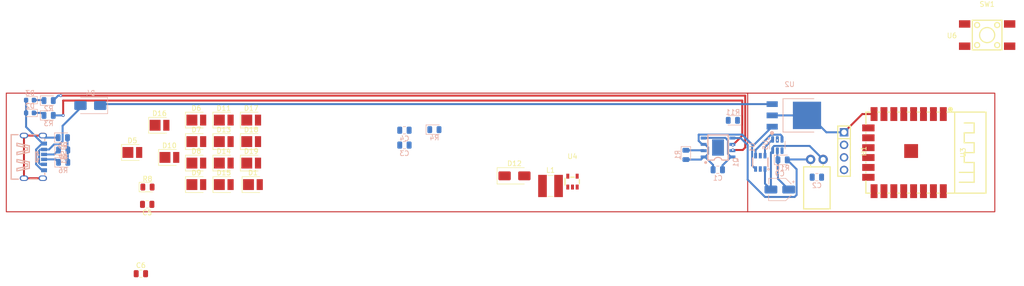
<source format=kicad_pcb>
(kicad_pcb (version 20240108) (generator "pcbnew") (generator_version "8.0")
  (layers (0 "F.Cu" signal) (31 "B.Cu" signal) (34 "B.Paste" user) (35 "F.Paste" user) (36 "B.SilkS" user "B.Silkscreen") (37 "F.SilkS" user "F.Silkscreen") (38 "B.Mask" user) (39 "F.Mask" user) (44 "Edge.Cuts" user))
  (net 0 "")
  (net 2 "Net-(D2-A)")
  (net 3 "Net-(D2-K)")
  (net 4 "Net-(D3-K)")
  (net 5 "GND")
  (net 6 "Net-(U1-PROG)")
  (net 7 "Net-(U1-~{STDBY})")
  (net 8 "Net-(U1-~{CHRG})")
  (net 9 "+")
  (net 10 "Net-(Q1-S1)")
  (net 11 "/3V~4.2V Out")
  (net 12 "VCC")
  (net 13 "Net-(D1-K)")
  (net 14 "Net-(U5-VCC)")
  (net 15 "Net-(D1-A)")
  (net 16 "Net-(D4-A)")
  (net 17 "Net-(D12-A)")
  (net 18 "RX")
  (net 19 "TX")
  (net 21 "Net-(Q1-G2)")
  (net 23 "Net-(Q1-G1)")
  (net 24 "Net-(USB1-EH)")
  (net 25 "Net-(USB1-CC1)")
  (net 26 "Net-(USB1-CC2)")
  (net 27 "Net-(U5-CS)")
  (net 42 "Net-(U3-IO14)")
  (net 49 "Net-(U3-IO4)")
  (footprint "LED_SMD:LED_PLCC_2835" (layer "F.Cu") (at 79.5 49.15)
    (property "Reference" "D14" (at 0 -2.4 0) (layer "F.SilkS"))
    (property "Value" "LED")
    (pad "1" smd rect (at -0.9 0) (size 2.2 2.2) (layers "F.Cu" "F.Paste" "F.Mask") (net 13 "Net-(D1-K)"))
    (pad "2" smd rect (at 1.375 0) (size 1.25 2.2) (layers "F.Cu" "F.Paste" "F.Mask") (net 15 "Net-(D1-A)"))
  )
  (footprint "LED_SMD:LED_PLCC_2835" (layer "F.Cu") (at 85.05 40.45)
    (property "Reference" "D17" (at 0 -2.4 0) (layer "F.SilkS"))
    (property "Value" "LED")
    (pad "1" smd rect (at -0.9 0) (size 2.2 2.2) (layers "F.Cu" "F.Paste" "F.Mask") (net 13 "Net-(D1-K)"))
    (pad "2" smd rect (at 1.375 0) (size 1.25 2.2) (layers "F.Cu" "F.Paste" "F.Mask") (net 15 "Net-(D1-A)"))
  )
  (footprint "LED_SMD:LED_PLCC_2835" (layer "F.Cu") (at 79.5 44.8)
    (property "Reference" "D13" (at 0 -2.4 0) (layer "F.SilkS"))
    (property "Value" "LED")
    (pad "1" smd rect (at -0.9 0) (size 2.2 2.2) (layers "F.Cu" "F.Paste" "F.Mask") (net 13 "Net-(D1-K)"))
    (pad "2" smd rect (at 1.375 0) (size 1.25 2.2) (layers "F.Cu" "F.Paste" "F.Mask") (net 15 "Net-(D1-A)"))
  )
  (footprint "LED_SMD:LED_PLCC_2835" (layer "F.Cu") (at 73.95 53.5)
    (property "Reference" "D9" (at 0 -2.4 0) (layer "F.SilkS"))
    (property "Value" "LED")
    (pad "1" smd rect (at -0.9 0) (size 2.2 2.2) (layers "F.Cu" "F.Paste" "F.Mask") (net 13 "Net-(D1-K)"))
    (pad "2" smd rect (at 1.375 0) (size 1.25 2.2) (layers "F.Cu" "F.Paste" "F.Mask") (net 15 "Net-(D1-A)"))
  )
  (footprint "LED_SMD:LED_0805_2012Metric" (layer "F.Cu") (at 64.0625 54)
    (property "Reference" "R8" (at 0 -1.65 0) (layer "F.SilkS"))
    (property "Value" "0.25")
    (pad "1" smd roundrect (at -0.9375 0) (size 0.975 1.4) (layers "F.Cu" "F.Paste" "F.Mask") (net 15 "Net-(D1-A)"))
    (pad "2" smd roundrect (at 0.9375 0) (size 0.975 1.4) (layers "F.Cu" "F.Paste" "F.Mask") (net 12 "VCC"))
  )
  (footprint "LED_SMD:LED_PLCC_2835" (layer "F.Cu") (at 61 47)
    (property "Reference" "D5" (at 0 -2.4 0) (layer "F.SilkS"))
    (property "Value" "LED")
    (pad "1" smd rect (at -0.9 0) (size 2.2 2.2) (layers "F.Cu" "F.Paste" "F.Mask") (net 13 "Net-(D1-K)"))
    (pad "2" smd rect (at 1.375 0) (size 1.25 2.2) (layers "F.Cu" "F.Paste" "F.Mask") (net 15 "Net-(D1-A)"))
  )
  (footprint "easyeda2kicad:SW-SMD_4P-L6.0-W6.0-P4.50-LS9.0-2" (layer "F.Cu") (at 233.95 23.25)
    (property "Reference" "SW1" (at 0 -6.25 0) (layer "F.SilkS"))
    (property "Value" "TS-1002S-04526C")
    (pad "1" smd rect (at -4.55 -2.25) (size 2.3 1.5) (layers "F.Cu" "F.Paste" "F.Mask") (net 5 "GND"))
    (pad "2" smd rect (at 4.55 -2.25) (size 2.3 1.5) (layers "F.Cu" "F.Paste" "F.Mask"))
    (pad "3" smd rect (at -4.55 2.25) (size 2.3 1.5) (layers "F.Cu" "F.Paste" "F.Mask") (net 49 "Net-(U3-IO4)"))
    (pad "4" smd rect (at 4.55 2.25) (size 2.3 1.5) (layers "F.Cu" "F.Paste" "F.Mask"))
  )
  (footprint "easyeda2kicad:HDR-TH_4P-P2.54-V-M" (layer "F.Cu") (at 205 46.73 -90)
    (property "Reference" "H1" (at 0 -4 90) (layer "F.SilkS"))
    (property "Value" "PZ254V-11-04P_C2691448")
    (pad "1" thru_hole rect (at -3.81 0 270) (size 1.7 1.7) (drill 1.100023) (layers "*.Cu" "*.Mask") (net 12 "VCC"))
    (pad "2" thru_hole circle (at -1.27 0 270) (size 1.7 1.7) (drill 1.100023) (layers "*.Cu" "*.Mask") (net 19 "TX"))
    (pad "3" thru_hole circle (at 1.27 0 270) (size 1.7 1.7) (drill 1.100023) (layers "*.Cu" "*.Mask") (net 18 "RX"))
    (pad "4" thru_hole circle (at 3.81 0 270) (size 1.7 1.7) (drill 1.100023) (layers "*.Cu" "*.Mask") (net 5 "GND"))
  )
  (footprint "easyeda2kicad:SOT-23-5_L2.9-W1.6-P0.95-LS2.8-BL" (layer "F.Cu") (at 150.05 52.9)
    (property "Reference" "U4" (at 0 -5.1 0) (layer "F.SilkS"))
    (property "Value" "LGS63042")
    (pad "1" smd rect (at -0.95 1.1) (size 0.6 1) (layers "F.Cu" "F.Paste" "F.Mask") (net 17 "Net-(D12-A)"))
    (pad "2" smd rect (at 0 1.1) (size 0.6 1) (layers "F.Cu" "F.Paste" "F.Mask") (net 5 "GND"))
    (pad "3" smd rect (at 0.95 1.1) (size 0.6 1) (layers "F.Cu" "F.Paste" "F.Mask") (net 42 "Net-(U3-IO14)"))
    (pad "4" smd rect (at 0.95 -1.1) (size 0.6 1) (layers "F.Cu" "F.Paste" "F.Mask") (net 15 "Net-(D1-A)"))
    (pad "5" smd rect (at -0.95 -1.1) (size 0.6 1) (layers "F.Cu" "F.Paste" "F.Mask") (net 12 "VCC"))
  )
  (footprint "LED_SMD:LED_PLCC_2835" (layer "F.Cu") (at 73.95 40.45)
    (property "Reference" "D6" (at 0 -2.4 0) (layer "F.SilkS"))
    (property "Value" "LED")
    (pad "1" smd rect (at -0.9 0) (size 2.2 2.2) (layers "F.Cu" "F.Paste" "F.Mask") (net 13 "Net-(D1-K)"))
    (pad "2" smd rect (at 1.375 0) (size 1.25 2.2) (layers "F.Cu" "F.Paste" "F.Mask") (net 15 "Net-(D1-A)"))
  )
  (footprint "Diode_SMD:D_SMA" (layer "F.Cu") (at 138.315 51.73)
    (property "Reference" "D12" (at 0 -2.5 0) (layer "F.SilkS"))
    (property "Value" "D_Schottky")
    (pad "1" smd roundrect (at -2 0) (size 2.5 1.8) (layers "F.Cu" "F.Paste" "F.Mask") (roundrect_rratio 0.1388888889) (net 12 "VCC"))
    (pad "2" smd roundrect (at 2 0) (size 2.5 1.8) (layers "F.Cu" "F.Paste" "F.Mask") (roundrect_rratio 0.1388888889) (net 17 "Net-(D12-A)"))
  )
  (footprint "LED_SMD:LED_PLCC_2835" (layer "F.Cu") (at 79.5 53.5)
    (property "Reference" "D15" (at 0 -2.4 0) (layer "F.SilkS"))
    (property "Value" "LED")
    (pad "1" smd rect (at -0.9 0) (size 2.2 2.2) (layers "F.Cu" "F.Paste" "F.Mask") (net 13 "Net-(D1-K)"))
    (pad "2" smd rect (at 1.375 0) (size 1.25 2.2) (layers "F.Cu" "F.Paste" "F.Mask") (net 15 "Net-(D1-A)"))
  )
  (footprint "easyeda2kicad:HDR-TH_2P-P2.54-H-F-W10.0-N" (layer "F.Cu") (at 199.5 48.4125)
    (property "Reference" "U6" (at 27.325 -25.05 0) (layer "F.SilkS"))
    (property "Value" "XDM254-1-02-W-8.5-G0")
    (pad "1" thru_hole circle (at -1.27 0) (size 1.9 1.9) (drill 0.999998) (layers "*.Cu" "*.Mask") (net 9 "+"))
    (pad "2" thru_hole circle (at 1.27 0) (size 1.9 1.9) (drill 0.999998) (layers "*.Cu" "*.Mask") (net 10 "Net-(Q1-S1)"))
  )
  (footprint "Capacitor_SMD:C_0805_2012Metric" (layer "F.Cu") (at 64 57.5 180)
    (property "Reference" "C5" (at 0 -1.68 360) (layer "F.SilkS"))
    (property "Value" "4.7uF")
    (pad "1" smd roundrect (at -0.95 0 180) (size 1 1.45) (layers "F.Cu" "F.Paste" "F.Mask") (net 5 "GND"))
    (pad "2" smd roundrect (at 0.95 0 180) (size 1 1.45) (layers "F.Cu" "F.Paste" "F.Mask") (net 12 "VCC"))
  )
  (footprint "Inductor_SMD:L_Ferrocore_DLG-0403" (layer "F.Cu") (at 145.61 53.78)
    (property "Reference" "L1" (at 0 -3.2 0) (layer "F.SilkS"))
    (property "Value" "10uH")
    (pad "1" smd rect (at -1.625 0) (size 1.75 4.5) (layers "F.Cu" "F.Paste" "F.Mask") (net 13 "Net-(D1-K)"))
    (pad "2" smd rect (at 1.625 0) (size 1.75 4.5) (layers "F.Cu" "F.Paste" "F.Mask") (net 17 "Net-(D12-A)"))
  )
  (footprint "Capacitor_SMD:C_0805_2012Metric" (layer "F.Cu") (at 62.725 71.53)
    (property "Reference" "C6" (at 0 -1.68 0) (layer "F.SilkS"))
    (property "Value" "10uF")
    (pad "1" smd roundrect (at -0.95 0) (size 1 1.45) (layers "F.Cu" "F.Paste" "F.Mask") (net 13 "Net-(D1-K)"))
    (pad "2" smd roundrect (at 0.95 0) (size 1 1.45) (layers "F.Cu" "F.Paste" "F.Mask") (net 12 "VCC"))
  )
  (footprint "LED_SMD:LED_PLCC_2835" (layer "F.Cu") (at 68.5 48)
    (property "Reference" "D10" (at 0 -2.4 0) (layer "F.SilkS"))
    (property "Value" "LED")
    (pad "1" smd rect (at -0.9 0) (size 2.2 2.2) (layers "F.Cu" "F.Paste" "F.Mask") (net 13 "Net-(D1-K)"))
    (pad "2" smd rect (at 1.375 0) (size 1.25 2.2) (layers "F.Cu" "F.Paste" "F.Mask") (net 15 "Net-(D1-A)"))
  )
  (footprint "LED_SMD:LED_PLCC_2835" (layer "F.Cu") (at 73.95 49.15)
    (property "Reference" "D8" (at 0 -2.4 0) (layer "F.SilkS"))
    (property "Value" "LED")
    (pad "1" smd rect (at -0.9 0) (size 2.2 2.2) (layers "F.Cu" "F.Paste" "F.Mask") (net 13 "Net-(D1-K)"))
    (pad "2" smd rect (at 1.375 0) (size 1.25 2.2) (layers "F.Cu" "F.Paste" "F.Mask") (net 15 "Net-(D1-A)"))
  )
  (footprint "LED_SMD:LED_PLCC_2835" (layer "F.Cu") (at 85.4 53.5)
    (property "Reference" "D1" (at 0 -2.4 0) (layer "F.SilkS"))
    (property "Value" "LED")
    (pad "1" smd rect (at -0.9 0) (size 2.2 2.2) (layers "F.Cu" "F.Paste" "F.Mask") (net 13 "Net-(D1-K)"))
    (pad "2" smd rect (at 1.375 0) (size 1.25 2.2) (layers "F.Cu" "F.Paste" "F.Mask") (net 15 "Net-(D1-A)"))
  )
  (footprint "LED_SMD:LED_PLCC_2835" (layer "F.Cu") (at 85.05 44.8)
    (property "Reference" "D18" (at 0 -2.4 0) (layer "F.SilkS"))
    (property "Value" "LED")
    (pad "1" smd rect (at -0.9 0) (size 2.2 2.2) (layers "F.Cu" "F.Paste" "F.Mask") (net 13 "Net-(D1-K)"))
    (pad "2" smd rect (at 1.375 0) (size 1.25 2.2) (layers "F.Cu" "F.Paste" "F.Mask") (net 15 "Net-(D1-A)"))
  )
  (footprint "LED_SMD:LED_PLCC_2835" (layer "F.Cu") (at 73.95 44.8)
    (property "Reference" "D7" (at 0 -2.4 0) (layer "F.SilkS"))
    (property "Value" "LED")
    (pad "1" smd rect (at -0.9 0) (size 2.2 2.2) (layers "F.Cu" "F.Paste" "F.Mask") (net 13 "Net-(D1-K)"))
    (pad "2" smd rect (at 1.375 0) (size 1.25 2.2) (layers "F.Cu" "F.Paste" "F.Mask") (net 15 "Net-(D1-A)"))
  )
  (footprint "LED_SMD:LED_PLCC_2835" (layer "F.Cu") (at 79.5 40.45)
    (property "Reference" "D11" (at 0 -2.4 0) (layer "F.SilkS"))
    (property "Value" "LED")
    (pad "1" smd rect (at -0.9 0) (size 2.2 2.2) (layers "F.Cu" "F.Paste" "F.Mask") (net 13 "Net-(D1-K)"))
    (pad "2" smd rect (at 1.375 0) (size 1.25 2.2) (layers "F.Cu" "F.Paste" "F.Mask") (net 15 "Net-(D1-A)"))
  )
  (footprint "LED_SMD:LED_PLCC_2835" (layer "F.Cu") (at 66.5 41.5)
    (property "Reference" "D16" (at 0 -2.4 0) (layer "F.SilkS"))
    (property "Value" "LED")
    (pad "1" smd rect (at -0.9 0) (size 2.2 2.2) (layers "F.Cu" "F.Paste" "F.Mask") (net 13 "Net-(D1-K)"))
    (pad "2" smd rect (at 1.375 0) (size 1.25 2.2) (layers "F.Cu" "F.Paste" "F.Mask") (net 15 "Net-(D1-A)"))
  )
  (footprint "easyeda2kicad:COMM-SMD_22P-L24.0-W16.0-P2.00_ZIGBEE" (layer "F.Cu") (at 217.5 47.03 -90)
    (property "Reference" "U3" (at 0 -11.58 90) (layer "F.SilkS"))
    (property "Value" "AI-WB2-12F")
    (pad "1" smd rect (at -7.8 -7.58) (size 1.4 2.8) (layers "F.Cu" "F.Paste" "F.Mask"))
    (pad "2" smd rect (at -7.8 -5.58) (size 1.4 2.8) (layers "F.Cu" "F.Paste" "F.Mask"))
    (pad "3" smd rect (at -7.8 -3.57) (size 1.4 2.8) (layers "F.Cu" "F.Paste" "F.Mask"))
    (pad "4" smd rect (at -7.8 -1.57) (size 1.4 2.8) (layers "F.Cu" "F.Paste" "F.Mask"))
    (pad "5" smd rect (at -7.8 0.42) (size 1.4 2.8) (layers "F.Cu" "F.Paste" "F.Mask") (net 42 "Net-(U3-IO14)"))
    (pad "6" smd rect (at -7.8 2.43) (size 1.4 2.8) (layers "F.Cu" "F.Paste" "F.Mask"))
    (pad "7" smd rect (at -7.8 4.43) (size 1.4 2.8) (layers "F.Cu" "F.Paste" "F.Mask"))
    (pad "8" smd rect (at -7.8 6.43) (size 1.4 2.8) (layers "F.Cu" "F.Paste" "F.Mask") (net 12 "VCC"))
    (pad "9" smd rect (at 7.8 6.43) (size 1.4 2.8) (layers "F.Cu" "F.Paste" "F.Mask") (net 5 "GND"))
    (pad "10" smd rect (at 7.8 4.43) (size 1.4 2.8) (layers "F.Cu" "F.Paste" "F.Mask") (net 49 "Net-(U3-IO4)"))
    (pad "11" smd rect (at 7.8 2.43) (size 1.4 2.8) (layers "F.Cu" "F.Paste" "F.Mask"))
    (pad "12" smd rect (at 7.8 0.43) (size 1.4 2.8) (layers "F.Cu" "F.Paste" "F.Mask"))
    (pad "13" smd rect (at 7.8 -1.57) (size 1.4 2.8) (layers "F.Cu" "F.Paste" "F.Mask"))
    (pad "14" smd rect (at 7.8 -3.57) (size 1.4 2.8) (layers "F.Cu" "F.Paste" "F.Mask"))
    (pad "15" smd rect (at 7.8 -5.58) (size 1.4 2.8) (layers "F.Cu" "F.Paste" "F.Mask") (net 18 "RX"))
    (pad "16" smd rect (at 7.8 -7.58) (size 1.4 2.8) (layers "F.Cu" "F.Paste" "F.Mask") (net 19 "TX"))
    (pad "17" smd rect (at -5 7.58) (size 2.5 1.4) (layers "F.Cu" "F.Paste" "F.Mask"))
    (pad "18" smd rect (at -3 7.58) (size 2.5 1.4) (layers "F.Cu" "F.Paste" "F.Mask"))
    (pad "19" smd rect (at -1 7.58) (size 2.5 1.4) (layers "F.Cu" "F.Paste" "F.Mask"))
    (pad "20" smd rect (at 1 7.58) (size 2.5 1.4) (layers "F.Cu" "F.Paste" "F.Mask"))
    (pad "21" smd rect (at 3 7.58) (size 2.5 1.4) (layers "F.Cu" "F.Paste" "F.Mask"))
    (pad "22" smd rect (at 5 7.58) (size 2.5 1.4) (layers "F.Cu" "F.Paste" "F.Mask"))
    (pad "23" smd rect (at -0.32 -1.07 270) (size 2.8 2.8) (layers "F.Cu" "F.Paste" "F.Mask"))
  )
  (footprint "LED_SMD:LED_PLCC_2835" (layer "F.Cu") (at 85.05 49.15)
    (property "Reference" "D19" (at 0 -2.4 0) (layer "F.SilkS"))
    (property "Value" "LED")
    (pad "1" smd rect (at -0.9 0) (size 2.2 2.2) (layers "F.Cu" "F.Paste" "F.Mask") (net 13 "Net-(D1-K)"))
    (pad "2" smd rect (at 1.375 0) (size 1.25 2.2) (layers "F.Cu" "F.Paste" "F.Mask") (net 15 "Net-(D1-A)"))
  )
  (footprint "Capacitor_SMD:C_0805_2012Metric" (layer "B.Cu") (at 199.5 52)
    (property "Reference" "C2" (at 0 1.68 360) (layer "B.SilkS") (effects (justify mirror)))
    (property "Value" "10uF")
    (pad "1" smd roundrect (at -0.95 0) (size 1 1.45) (layers "B.Cu" "B.Paste" "B.Mask") (net 10 "Net-(Q1-S1)"))
    (pad "2" smd roundrect (at 0.95 0) (size 1 1.45) (layers "B.Cu" "B.Paste" "B.Mask") (net 9 "+"))
  )
  (footprint "LED_SMD:LED_0805_2012Metric" (layer "B.Cu") (at 192.5625 48.5)
    (property "Reference" "R10" (at 0 1.65 0) (layer "B.SilkS") (effects (justify mirror)))
    (property "Value" "100")
    (pad "1" smd roundrect (at -0.9375 0) (size 0.975 1.4) (layers "B.Cu" "B.Paste" "B.Mask") (net 14 "Net-(U5-VCC)"))
    (pad "2" smd roundrect (at 0.9375 0) (size 0.975 1.4) (layers "B.Cu" "B.Paste" "B.Mask") (net 9 "+"))
  )
  (footprint "LED_SMD:LED_0805_2012Metric" (layer "B.Cu") (at 47 46.5)
    (property "Reference" "R7" (at 0 1.65 360) (layer "B.SilkS") (effects (justify mirror)))
    (property "Value" "5.11k")
    (pad "1" smd roundrect (at -0.9375 0) (size 0.975 1.4) (layers "B.Cu" "B.Paste" "B.Mask") (net 26 "Net-(USB1-CC2)"))
    (pad "2" smd roundrect (at 0.9375 0) (size 0.975 1.4) (layers "B.Cu" "B.Paste" "B.Mask") (net 5 "GND"))
  )
  (footprint "Capacitor_SMD:C_0805_2012Metric" (layer "B.Cu") (at 116.05 45.51)
    (property "Reference" "C3" (at 0 1.68 360) (layer "B.SilkS") (effects (justify mirror)))
    (property "Value" "1uF")
    (pad "1" smd roundrect (at -0.95 0) (size 1 1.45) (layers "B.Cu" "B.Paste" "B.Mask") (net 11 "/3V~4.2V Out"))
    (pad "2" smd roundrect (at 0.95 0) (size 1 1.45) (layers "B.Cu" "B.Paste" "B.Mask") (net 5 "GND"))
  )
  (footprint "LED_SMD:LED_0805_2012Metric" (layer "B.Cu") (at 173 47.5 -90)
    (property "Reference" "R1" (at 0 1.65 90) (layer "B.SilkS") (effects (justify mirror)))
    (property "Value" "2.4k")
    (pad "1" smd roundrect (at -0.9375 0 270) (size 0.975 1.4) (layers "B.Cu" "B.Paste" "B.Mask") (net 6 "Net-(U1-PROG)"))
    (pad "2" smd roundrect (at 0.9375 0 270) (size 0.975 1.4) (layers "B.Cu" "B.Paste" "B.Mask") (net 5 "GND"))
  )
  (footprint "LED_SMD:LED_0805_2012Metric" (layer "B.Cu") (at 44.0625 36.5)
    (property "Reference" "R2" (at 0 1.65 360) (layer "B.SilkS") (effects (justify mirror)))
    (property "Value" "210")
    (pad "1" smd roundrect (at -0.9375 0) (size 0.975 1.4) (layers "B.Cu" "B.Paste" "B.Mask") (net 4 "Net-(D3-K)"))
    (pad "2" smd roundrect (at 0.9375 0) (size 0.975 1.4) (layers "B.Cu" "B.Paste" "B.Mask") (net 8 "Net-(U1-~{CHRG})"))
  )
  (footprint "LED_SMD:LED_0805_2012Metric" (layer "B.Cu") (at 46.9375 44)
    (property "Reference" "R5" (at 0 1.65 360) (layer "B.SilkS") (effects (justify mirror)))
    (property "Value" "1M")
    (pad "1" smd roundrect (at -0.9375 0) (size 0.975 1.4) (layers "B.Cu" "B.Paste" "B.Mask") (net 24 "Net-(USB1-EH)"))
    (pad "2" smd roundrect (at 0.9375 0) (size 0.975 1.4) (layers "B.Cu" "B.Paste" "B.Mask") (net 5 "GND"))
  )
  (footprint "easyeda2kicad:ESOP-8_L4.9-W3.9-P1.27-LS6.0-BL-EP" (layer "B.Cu") (at 179.5 46 90)
    (property "Reference" "U1" (at 0 6.91 90) (layer "B.SilkS") (effects (justify mirror)))
    (property "Value" "TP4056_C725790")
    (pad "1" smd rect (at -1.91 -2.91 90) (size 0.6 1.2) (layers "B.Cu" "B.Paste" "B.Mask") (net 5 "GND"))
    (pad "2" smd rect (at -0.64 -2.91 90) (size 0.6 1.2) (layers "B.Cu" "B.Paste" "B.Mask") (net 6 "Net-(U1-PROG)"))
    (pad "3" smd rect (at 0.64 -2.91 90) (size 0.6 1.2) (layers "B.Cu" "B.Paste" "B.Mask") (net 5 "GND"))
    (pad "4" smd rect (at 1.91 -2.91 90) (size 0.6 1.2) (layers "B.Cu" "B.Paste" "B.Mask") (net 2 "Net-(D2-A)"))
    (pad "5" smd rect (at 1.91 2.91 90) (size 0.6 1.2) (layers "B.Cu" "B.Paste" "B.Mask") (net 9 "+"))
    (pad "6" smd rect (at 0.64 2.91 90) (size 0.6 1.2) (layers "B.Cu" "B.Paste" "B.Mask") (net 7 "Net-(U1-~{STDBY})"))
    (pad "7" smd rect (at -0.64 2.91 90) (size 0.6 1.2) (layers "B.Cu" "B.Paste" "B.Mask") (net 8 "Net-(U1-~{CHRG})"))
    (pad "8" smd rect (at -1.91 2.91 90) (size 0.6 1.2) (layers "B.Cu" "B.Paste" "B.Mask") (net 2 "Net-(D2-A)"))
    (pad "9" smd rect (at 0 0 270) (size 3.3 2.4) (layers "B.Cu" "B.Paste" "B.Mask"))
  )
  (footprint "LED_SMD:LED_0805_2012Metric" (layer "B.Cu") (at 122.1125 42.38)
    (property "Reference" "R4" (at 0 1.65 360) (layer "B.SilkS") (effects (justify mirror)))
    (property "Value" "0.4")
    (pad "1" smd roundrect (at -0.9375 0) (size 0.975 1.4) (layers "B.Cu" "B.Paste" "B.Mask") (net 11 "/3V~4.2V Out"))
    (pad "2" smd roundrect (at 0.9375 0) (size 0.975 1.4) (layers "B.Cu" "B.Paste" "B.Mask") (net 2 "Net-(D2-A)"))
  )
  (footprint "easyeda2kicad:TYPE-C-SMD_TYPE-C-6P_5" (layer "B.Cu") (at 41.09869 47.9 90)
    (property "Reference" "USB1" (at 0.4 6.03 90) (layer "B.SilkS") (effects (justify mirror)))
    (property "Value" "TYPE-C 6P(073)")
    (pad "7" thru_hole oval (at -4.32 -2.03 90) (size 1.1 1.7) (drill oval 0.700024 1.199998) (layers "*.Cu" "*.Mask") (net 24 "Net-(USB1-EH)"))
    (pad "7" thru_hole oval (at -4.32 1.78 90) (size 1.1 1.7) (drill oval 0.700024 1.199998) (layers "*.Cu" "*.Mask") (net 24 "Net-(USB1-EH)"))
    (pad "7" thru_hole oval (at 4.32 -2.03 90) (size 1.1 1.7) (drill oval 0.700024 1.199998) (layers "*.Cu" "*.Mask") (net 24 "Net-(USB1-EH)"))
    (pad "7" thru_hole oval (at 4.32 1.78 90) (size 1.1 1.7) (drill oval 0.700024 1.199998) (layers "*.Cu" "*.Mask") (net 24 "Net-(USB1-EH)"))
    (pad "A5" smd rect (at -0.5 2.03 90) (size 0.7 1.2) (layers "B.Cu" "B.Paste" "B.Mask") (net 25 "Net-(USB1-CC1)"))
    (pad "A9" smd rect (at 1.5 2.03 90) (size 0.7 1.2) (layers "B.Cu" "B.Paste" "B.Mask") (net 16 "Net-(D4-A)"))
    (pad "A12" smd rect (at 2.7 2.03 90) (size 0.8 1.2) (layers "B.Cu" "B.Paste" "B.Mask") (net 2 "Net-(D2-A)"))
    (pad "B5" smd rect (at 0.5 2.03 90) (size 0.7 1.2) (layers "B.Cu" "B.Paste" "B.Mask") (net 26 "Net-(USB1-CC2)"))
    (pad "B9" smd rect (at -1.5 2.03 90) (size 0.7 1.2) (layers "B.Cu" "B.Paste" "B.Mask") (net 16 "Net-(D4-A)"))
    (pad "B12" smd rect (at -2.7 2.03 90) (size 0.8 1.2) (layers "B.Cu" "B.Paste" "B.Mask") (net 2 "Net-(D2-A)"))
  )
  (footprint "Capacitor_SMD:CP_Elec_4x5.4" (layer "B.Cu") (at 192 54.5 180)
    (property "Reference" "C9" (at 0 3.2 0) (layer "B.SilkS") (effects (justify mirror)))
    (property "Value" "0.1uF")
    (pad "1" smd roundrect (at -1.8 0 180) (size 2.6 1.6) (layers "B.Cu" "B.Paste" "B.Mask") (roundrect_rratio 0.15625) (net 14 "Net-(U5-VCC)"))
    (pad "2" smd roundrect (at 1.8 0 180) (size 2.6 1.6) (layers "B.Cu" "B.Paste" "B.Mask") (roundrect_rratio 0.15625) (net 10 "Net-(Q1-S1)"))
  )
  (footprint "Capacitor_SMD:C_0805_2012Metric" (layer "B.Cu") (at 179.45 50.5)
    (property "Reference" "C1" (at 0 1.68 360) (layer "B.SilkS") (effects (justify mirror)))
    (property "Value" "10uF")
    (pad "1" smd roundrect (at -0.95 0) (size 1 1.45) (layers "B.Cu" "B.Paste" "B.Mask") (net 5 "GND"))
    (pad "2" smd roundrect (at 0.95 0) (size 1 1.45) (layers "B.Cu" "B.Paste" "B.Mask") (net 2 "Net-(D2-A)"))
  )
  (footprint "Package_TO_SOT_SMD:SOT-23-6" (layer "B.Cu") (at 191.5 45.5 -90)
    (property "Reference" "U5" (at 0 2.4 90) (layer "B.SilkS") (effects (justify mirror)))
    (property "Value" "DW01A")
    (pad "1" smd roundrect (at -1.1375 0.95 270) (size 1.325 0.6) (layers "B.Cu" "B.Paste" "B.Mask") (net 23 "Net-(Q1-G1)"))
    (pad "2" smd roundrect (at -1.1375 0 270) (size 1.325 0.6) (layers "B.Cu" "B.Paste" "B.Mask") (net 27 "Net-(U5-CS)"))
    (pad "3" smd roundrect (at -1.1375 -0.95 270) (size 1.325 0.6) (layers "B.Cu" "B.Paste" "B.Mask") (net 21 "Net-(Q1-G2)"))
    (pad "4" smd roundrect (at 1.1375 -0.95 270) (size 1.325 0.6) (layers "B.Cu" "B.Paste" "B.Mask"))
    (pad "5" smd roundrect (at 1.1375 0 270) (size 1.325 0.6) (layers "B.Cu" "B.Paste" "B.Mask") (net 14 "Net-(U5-VCC)"))
    (pad "6" smd roundrect (at 1.1375 0.95 270) (size 1.325 0.6) (layers "B.Cu" "B.Paste" "B.Mask") (net 10 "Net-(Q1-S1)"))
  )
  (footprint "easyeda2kicad:SOT-23-6_L2.9-W1.6-P0.95-LS2.8-BR" (layer "B.Cu") (at 188.05 49 -90)
    (property "Reference" "Q1" (at 0 4.95 90) (layer "B.SilkS") (effects (justify mirror)))
    (property "Value" "FS8205A_C2830320")
    (pad "1" smd rect (at 1.35 -0.95 270) (size 1.1 0.6) (layers "B.Cu" "B.Paste" "B.Mask") (net 10 "Net-(Q1-S1)"))
    (pad "2" smd rect (at 1.35 0 270) (size 1.1 0.6) (layers "B.Cu" "B.Paste" "B.Mask"))
    (pad "3" smd rect (at 1.35 0.95 270) (size 1.1 0.6) (layers "B.Cu" "B.Paste" "B.Mask") (net 5 "GND"))
    (pad "4" smd rect (at -1.35 0.95 270) (size 1.1 0.6) (layers "B.Cu" "B.Paste" "B.Mask") (net 21 "Net-(Q1-G2)"))
    (pad "5" smd rect (at -1.35 0 270) (size 1.1 0.6) (layers "B.Cu" "B.Paste" "B.Mask"))
    (pad "6" smd rect (at -1.35 -0.95 270) (size 1.1 0.6) (layers "B.Cu" "B.Paste" "B.Mask") (net 23 "Net-(Q1-G1)"))
  )
  (footprint "LED_SMD:LED_0603_1608Metric" (layer "B.Cu") (at 40.2875 36.41 180)
    (property "Reference" "D3" (at 0 1.43 360) (layer "B.SilkS") (effects (justify mirror)))
    (property "Value" "LED")
    (pad "1" smd roundrect (at -0.7875 0 180) (size 0.875 0.95) (layers "B.Cu" "B.Paste" "B.Mask") (net 4 "Net-(D3-K)"))
    (pad "2" smd roundrect (at 0.7875 0 180) (size 0.875 0.95) (layers "B.Cu" "B.Paste" "B.Mask") (net 2 "Net-(D2-A)"))
  )
  (footprint "LED_SMD:LED_0805_2012Metric" (layer "B.Cu") (at 44.0625 39.5)
    (property "Reference" "R3" (at 0 1.65 360) (layer "B.SilkS") (effects (justify mirror)))
    (property "Value" "210")
    (pad "1" smd roundrect (at -0.9375 0) (size 0.975 1.4) (layers "B.Cu" "B.Paste" "B.Mask") (net 3 "Net-(D2-K)"))
    (pad "2" smd roundrect (at 0.9375 0) (size 0.975 1.4) (layers "B.Cu" "B.Paste" "B.Mask") (net 7 "Net-(U1-~{STDBY})"))
  )
  (footprint "LED_SMD:LED_0603_1608Metric" (layer "B.Cu") (at 40.2875 39 180)
    (property "Reference" "D2" (at 0 1.43 360) (layer "B.SilkS") (effects (justify mirror)))
    (property "Value" "LED")
    (pad "1" smd roundrect (at -0.7875 0 180) (size 0.875 0.95) (layers "B.Cu" "B.Paste" "B.Mask") (net 3 "Net-(D2-K)"))
    (pad "2" smd roundrect (at 0.7875 0 180) (size 0.875 0.95) (layers "B.Cu" "B.Paste" "B.Mask") (net 2 "Net-(D2-A)"))
  )
  (footprint "LED_SMD:LED_0805_2012Metric" (layer "B.Cu") (at 182.5 40.5 180)
    (property "Reference" "R11" (at 0 1.65 360) (layer "B.SilkS") (effects (justify mirror)))
    (property "Value" "1k")
    (pad "1" smd roundrect (at -0.9375 0 180) (size 0.975 1.4) (layers "B.Cu" "B.Paste" "B.Mask") (net 27 "Net-(U5-CS)"))
    (pad "2" smd roundrect (at 0.9375 0 180) (size 0.975 1.4) (layers "B.Cu" "B.Paste" "B.Mask") (net 5 "GND"))
  )
  (footprint "LED_SMD:LED_0805_2012Metric" (layer "B.Cu") (at 47 49)
    (property "Reference" "R6" (at 0 1.65 360) (layer "B.SilkS") (effects (justify mirror)))
    (property "Value" "5.11k")
    (pad "1" smd roundrect (at -0.9375 0) (size 0.975 1.4) (layers "B.Cu" "B.Paste" "B.Mask") (net 25 "Net-(USB1-CC1)"))
    (pad "2" smd roundrect (at 0.9375 0) (size 0.975 1.4) (layers "B.Cu" "B.Paste" "B.Mask") (net 5 "GND"))
  )
  (footprint "Capacitor_SMD:C_0805_2012Metric" (layer "B.Cu") (at 116.05 42.5)
    (property "Reference" "C4" (at 0 1.68 360) (layer "B.SilkS") (effects (justify mirror)))
    (property "Value" "1uF")
    (pad "1" smd roundrect (at -0.95 0) (size 1 1.45) (layers "B.Cu" "B.Paste" "B.Mask") (net 12 "VCC"))
    (pad "2" smd roundrect (at 0.95 0) (size 1 1.45) (layers "B.Cu" "B.Paste" "B.Mask") (net 5 "GND"))
  )
  (footprint "easyeda2kicad:TO-252-3_L6.6-W6.1-P2.28-LS10.1-BL" (layer "B.Cu") (at 193.98 39.5 180)
    (property "Reference" "U2" (at 0 6.28 0) (layer "B.SilkS") (effects (justify mirror)))
    (property "Value" "BL8072COTR33")
    (pad "1" smd rect (at 3.52 -2.28) (size 2.26 1.16) (layers "B.Cu" "B.Paste" "B.Mask") (net 5 "GND"))
    (pad "2" smd rect (at 3.52 0) (size 2.26 1.16) (layers "B.Cu" "B.Paste" "B.Mask") (net 12 "VCC"))
    (pad "3" smd rect (at 3.52 2.28) (size 2.26 1.16) (layers "B.Cu" "B.Paste" "B.Mask") (net 11 "/3V~4.2V Out"))
    (pad "4" smd rect (at -3.52 0) (size 5.71 5.54) (layers "B.Cu" "B.Paste" "B.Mask") (net 12 "VCC"))
  )
  (footprint "Diode_SMD:D_SMA" (layer "B.Cu") (at 52.5 37.5 180)
    (property "Reference" "D4" (at 0 2.5 360) (layer "B.SilkS") (effects (justify mirror)))
    (property "Value" "D")
    (pad "1" smd roundrect (at -2 0 180) (size 2.5 1.8) (layers "B.Cu" "B.Paste" "B.Mask") (roundrect_rratio 0.1388888889) (net 11 "/3V~4.2V Out"))
    (pad "2" smd roundrect (at 2 0 180) (size 2.5 1.8) (layers "B.Cu" "B.Paste" "B.Mask") (roundrect_rratio 0.1388888889) (net 16 "Net-(D4-A)"))
  )
  (gr_line (start 185.5 35) (end 185.5 59) (stroke (width 0.2)) (layer "F.Cu") (net 5))
  (gr_rect (start 35.5 35) (end 235.5 59) (stroke (width 0.2)) (fill none) (layer "F.Cu") (net 5))
  (segment (start 176.59 44.09) (end 176.89 44.09) (width 0.2) (layer "B.Cu") (net 2))
  (segment (start 181 44.05) (end 181.51 44.56) (width 0.4) (layer "B.Cu") (net 2))
  (segment (start 180.4 49.62) (end 182.11 47.91) (width 0.4) (layer "B.Cu") (net 2))
  (segment (start 41.52869 46.401472) (end 41.52869 49.398528) (width 0.4) (layer "B.Cu") (net 2))
  (segment (start 42.855187 45.2) (end 43.12869 45.2) (width 0.4) (layer "B.Cu") (net 2))
  (segment (start 176.89 44.09) (end 176.93 44.05) (width 0.2) (layer "B.Cu") (net 2))
  (segment (start 39.5 36.41) (end 39.5 41.844813) (width 0.4) (layer "B.Cu") (net 2))
  (segment (start 181.51 44.56) (end 181.51 47.31) (width 0.4) (layer "B.Cu") (net 2))
  (segment (start 176.93 44.05) (end 181 44.05) (width 0.4) (layer "B.Cu") (net 2))
  (segment (start 182.11 47.91) (end 182.41 47.91) (width 0.2) (layer "B.Cu") (net 2))
  (segment (start 42.730162 45.2) (end 41.52869 46.401472) (width 0.4) (layer "B.Cu") (net 2))
  (segment (start 39.5 41.844813) (end 42.855187 45.2) (width 0.4) (layer "B.Cu") (net 2))
  (segment (start 42.730162 50.6) (end 43.12869 50.6) (width 0.4) (layer "B.Cu") (net 2))
  (segment (start 41.52869 49.398528) (end 42.730162 50.6) (width 0.4) (layer "B.Cu") (net 2))
  (segment (start 43.12869 45.2) (end 42.730162 45.2) (width 0.4) (layer "B.Cu") (net 2))
  (segment (start 180.4 50.5) (end 180.4 49.62) (width 0.4) (layer "B.Cu") (net 2))
  (segment (start 181.51 47.31) (end 182.11 47.91) (width 0.4) (layer "B.Cu") (net 2))
  (segment (start 41.075 39) (end 42.625 39) (width 0.4) (layer "B.Cu") (net 3))
  (segment (start 42.625 39) (end 43.125 39.5) (width 0.4) (layer "B.Cu") (net 3))
  (segment (start 41.075 36.41) (end 43.035 36.41) (width 0.4) (layer "B.Cu") (net 4))
  (segment (start 43.035 36.41) (end 43.125 36.5) (width 0.4) (layer "B.Cu") (net 4))
  (segment (start 187.1 50.35) (end 186.4 49.65) (width 0.4) (layer "B.Cu") (net 5))
  (segment (start 173 48.4375) (end 176.0625 48.4375) (width 0.4) (layer "B.Cu") (net 5))
  (segment (start 176.89 47.91) (end 176.59 47.91) (width 0.2) (layer "B.Cu") (net 5))
  (segment (start 47.875 46.4375) (end 47.9375 46.5) (width 0.4) (layer "B.Cu") (net 5))
  (segment (start 175.59 44.66) (end 176.29 45.36) (width 0.4) (layer "B.Cu") (net 5))
  (segment (start 177.49 45.96) (end 177.49 47.31) (width 0.4) (layer "B.Cu") (net 5))
  (segment (start 184.39 43.39) (end 175.61 43.39) (width 0.4) (layer "B.Cu") (net 5))
  (segment (start 175.61 43.39) (end 175.59 43.41) (width 0.4) (layer "B.Cu") (net 5))
  (segment (start 176.89 45.36) (end 177.49 45.96) (width 0.4) (layer "B.Cu") (net 5))
  (segment (start 177.49 47.31) (end 176.89 47.91) (width 0.4) (layer "B.Cu") (net 5))
  (segment (start 176.0625 48.4375) (end 176.59 47.91) (width 0.4) (layer "B.Cu") (net 5))
  (segment (start 186.4 45.84) (end 186.62 45.62) (width 0.4) (layer "B.Cu") (net 5))
  (segment (start 176.29 47.91) (end 176.59 47.91) (width 0.2) (layer "B.Cu") (net 5))
  (segment (start 176.59 45.36) (end 176.5 45.36) (width 0.2) (layer "B.Cu") (net 5))
  (segment (start 176.59 45.36) (end 176.89 45.36) (width 0.2) (layer "B.Cu") (net 5))
  (segment (start 47.875 44) (end 47.875 46.4375) (width 0.4) (layer "B.Cu") (net 5))
  (segment (start 176.29 45.36) (end 176.59 45.36) (width 0.4) (layer "B.Cu") (net 5))
  (segment (start 175.59 43.41) (end 175.59 44.66) (width 0.4) (layer "B.Cu") (net 5))
  (segment (start 178.5 49.52) (end 176.89 47.91) (width 0.4) (layer "B.Cu") (net 5))
  (segment (start 47.9375 46.5) (end 47.9375 49) (width 0.4) (layer "B.Cu") (net 5))
  (segment (start 178.5 50.5) (end 178.5 49.52) (width 0.4) (layer "B.Cu") (net 5))
  (segment (start 186.62 45.62) (end 184.39 43.39) (width 0.4) (layer "B.Cu") (net 5))
  (segment (start 186.62 45.62) (end 190.46 41.78) (width 0.4) (layer "B.Cu") (net 5))
  (segment (start 186.4 49.65) (end 186.4 45.84) (width 0.4) (layer "B.Cu") (net 5))
  (segment (start 173 46.5625) (end 176.5125 46.5625) (width 0.4) (layer "B.Cu") (net 6))
  (segment (start 176.5125 46.5625) (end 176.59 46.64) (width 0.4) (layer "B.Cu") (net 6))
  (segment (start 184.4 43.6) (end 184.4 36.5) (width 0.4) (layer "F.Cu") (net 7))
  (segment (start 47 36.5) (end 47 39.5) (width 0.4) (layer "F.Cu") (net 7))
  (segment (start 182.5 45.5) (end 184.4 43.6) (width 0.4) (layer "F.Cu") (net 7))
  (segment (start 184.4 36.5) (end 47 36.5) (width 0.4) (layer "F.Cu") (net 7))
  (via (at 47 39.5) (size 0.6) (drill 0.3) (layers "F.Cu" "B.Cu") (net 7))
  (via (at 182.5 45.5) (size 0.6) (drill 0.3) (layers "F.Cu" "B.Cu") (net 7))
  (segment (start 45 39.5) (end 47 39.5) (width 0.4) (layer "B.Cu") (net 7))
  (segment (start 184.5 46.5) (end 185 46) (width 0.4) (layer "F.Cu") (net 8))
  (segment (start 185 35.5) (end 46.5 35.5) (width 0.4) (layer "F.Cu") (net 8))
  (segment (start 182.5 46.5) (end 184.5 46.5) (width 0.4) (layer "F.Cu") (net 8))
  (segment (start 185 46) (end 185 35.5) (width 0.4) (layer "F.Cu") (net 8))
  (via (at 182.5 46.5) (size 0.6) (drill 0.3) (layers "F.Cu" "B.Cu") (net 8))
  (via (at 46.5 35.5) (size 0.6) (drill 0.3) (layers "F.Cu" "B.Cu") (net 8))
  (segment (start 46 35.5) (end 46.5 35.5) (width 0.4) (layer "B.Cu") (net 8))
  (segment (start 45 36.5) (end 46 35.5) (width 0.4) (layer "B.Cu") (net 8))
  (segment (start 189 56) (end 185.5 52.5) (width 0.4) (layer "B.Cu") (net 9))
  (segment (start 185.5 45.5) (end 184.09 44.09) (width 0.4) (layer "B.Cu") (net 9))
  (segment (start 195.4 55.6) (end 195 56) (width 0.4) (layer "B.Cu") (net 9))
  (segment (start 195 56) (end 189 56) (width 0.4) (layer "B.Cu") (net 9))
  (segment (start 182.41 44.09) (end 182.71 44.09) (width 0.2) (layer "B.Cu") (net 9))
  (segment (start 194 48.5) (end 194.0875 48.4125) (width 0.4) (layer "B.Cu") (net 9))
  (segment (start 194.0875 48.4125) (end 198.23 48.4125) (width 0.4) (layer "B.Cu") (net 9))
  (segment (start 185.5 52.5) (end 185.5 45.5) (width 0.4) (layer "B.Cu") (net 9))
  (segment (start 193.5 48.5) (end 195.4 50.4) (width 0.4) (layer "B.Cu") (net 9))
  (segment (start 193.5 48.5) (end 194 48.5) (width 0.2) (layer "B.Cu") (net 9))
  (segment (start 184.09 44.09) (end 182.41 44.09) (width 0.4) (layer "B.Cu") (net 9))
  (segment (start 195.4 50.4) (end 195.4 55.6) (width 0.4) (layer "B.Cu") (net 9))
  (segment (start 190.2 54.5) (end 189 53.3) (width 0.4) (layer "B.Cu") (net 10))
  (segment (start 189 53.3) (end 189 50.35) (width 0.4) (layer "B.Cu") (net 10))
  (segment (start 190.2 46.9875) (end 190.55 46.6375) (width 0.2) (layer "B.Cu") (net 10))
  (segment (start 190.55 46.6375) (end 190.55 45.975001) (width 0.2) (layer "B.Cu") (net 10))
  (segment (start 190.850001 45.675) (end 198.0325 45.675) (width 0.4) (layer "B.Cu") (net 10))
  (segment (start 190.55 45.975001) (end 190.850001 45.675) (width 0.4) (layer "B.Cu") (net 10))
  (segment (start 198.0325 45.675) (end 200.77 48.4125) (width 0.4) (layer "B.Cu") (net 10))
  (segment (start 190.2 54.5) (end 190.2 46.9875) (width 0.4) (layer "B.Cu") (net 10))
  (segment (start 55.28 37.22) (end 190.46 37.22) (width 0.4) (layer "B.Cu") (net 11))
  (segment (start 208.69 39.23) (end 211.07 39.23) (width 0.4) (layer "F.Cu") (net 12))
  (segment (start 205 42.92) (end 208.69 39.23) (width 0.4) (layer "F.Cu") (net 12))
  (segment (start 197.5 39.5) (end 190.46 39.5) (width 0.4) (layer "B.Cu") (net 12))
  (segment (start 198 39.5) (end 201.42 42.92) (width 0.4) (layer "B.Cu") (net 12))
  (segment (start 197.5 39.5) (end 198 39.5) (width 0.4) (layer "B.Cu") (net 12))
  (segment (start 201.42 42.92) (end 205 42.92) (width 0.4) (layer "B.Cu") (net 12))
  (segment (start 191.5 48.375) (end 191.625 48.5) (width 0.2) (layer "B.Cu") (net 14))
  (segment (start 191.625 48.5) (end 191.625 52.325) (width 0.4) (layer "B.Cu") (net 14))
  (segment (start 191.5 46.6375) (end 191.5 48.375) (width 0.4) (layer "B.Cu") (net 14))
  (segment (start 191.625 52.325) (end 193.8 54.5) (width 0.4) (layer "B.Cu") (net 14))
  (segment (start 42.12869 49.15) (end 42.37869 49.4) (width 0.4) (layer "B.Cu") (net 16))
  (segment (start 43.12869 46.4) (end 42.37869 46.4) (width 0.4) (layer "B.Cu") (net 16))
  (segment (start 42.12869 46.65) (end 42.12869 49.15) (width 0.4) (layer "B.Cu") (net 16))
  (segment (start 50.5 38) (end 50.5 37.5) (width 0.4) (layer "B.Cu") (net 16))
  (segment (start 44.12869 46.4) (end 43.12869 46.4) (width 0.4) (layer "B.Cu") (net 16))
  (segment (start 46.217154 45.4) (end 45.12869 45.4) (width 0.4) (layer "B.Cu") (net 16))
  (segment (start 42.37869 46.4) (end 42.12869 46.65) (width 0.4) (layer "B.Cu") (net 16))
  (segment (start 42.37869 49.4) (end 43.12869 49.4) (width 0.4) (layer "B.Cu") (net 16))
  (segment (start 46.8875 41.6125) (end 46.8875 44.729654) (width 0.4) (layer "B.Cu") (net 16))
  (segment (start 46.8875 41.6125) (end 50.5 38) (width 0.4) (layer "B.Cu") (net 16))
  (segment (start 45.12869 45.4) (end 44.12869 46.4) (width 0.4) (layer "B.Cu") (net 16))
  (segment (start 46.8875 44.729654) (end 46.217154 45.4) (width 0.4) (layer "B.Cu") (net 16))
  (segment (start 192.149999 43.4) (end 190.209448 43.4) (width 0.4) (layer "B.Cu") (net 21))
  (segment (start 187.1 46.509448) (end 187.1 47.65) (width 0.4) (layer "B.Cu") (net 21))
  (segment (start 190.209448 43.4) (end 187.1 46.509448) (width 0.4) (layer "B.Cu") (net 21))
  (segment (start 192.45 44.3625) (end 192.45 43.700001) (width 0.2) (layer "B.Cu") (net 21))
  (segment (start 192.45 43.700001) (end 192.149999 43.4) (width 0.4) (layer "B.Cu") (net 21))
  (segment (start 189 47.65) (end 189 45.9125) (width 0.4) (layer "B.Cu") (net 23))
  (segment (start 189 45.9125) (end 190.55 44.3625) (width 0.4) (layer "B.Cu") (net 23))
  (segment (start 39.06869 43.58) (end 39.06869 52.22) (width 0.4) (layer "F.Cu") (net 24))
  (segment (start 39.06869 43.58) (end 42.87869 43.58) (width 0.4) (layer "F.Cu") (net 24))
  (segment (start 39.06869 52.22) (end 42.87869 52.22) (width 0.4) (layer "F.Cu") (net 24))
  (segment (start 43.29869 44) (end 42.87869 43.58) (width 0.4) (layer "B.Cu") (net 24))
  (segment (start 46 44) (end 43.29869 44) (width 0.4) (layer "B.Cu") (net 24))
  (segment (start 45.4625 48.4) (end 46.0625 49) (width 0.4) (layer "B.Cu") (net 25))
  (segment (start 43.12869 48.4) (end 45.4625 48.4) (width 0.4) (layer "B.Cu") (net 25))
  (segment (start 43.12869 47.4) (end 45.1625 47.4) (width 0.4) (layer "B.Cu") (net 26))
  (segment (start 45.1625 47.4) (end 46.0625 46.5) (width 0.4) (layer "B.Cu") (net 26))
  (via (at 191.5 44.5) (size 0.6) (drill 0.3) (layers "F.Cu" "B.Cu") (net 27))
)
</source>
